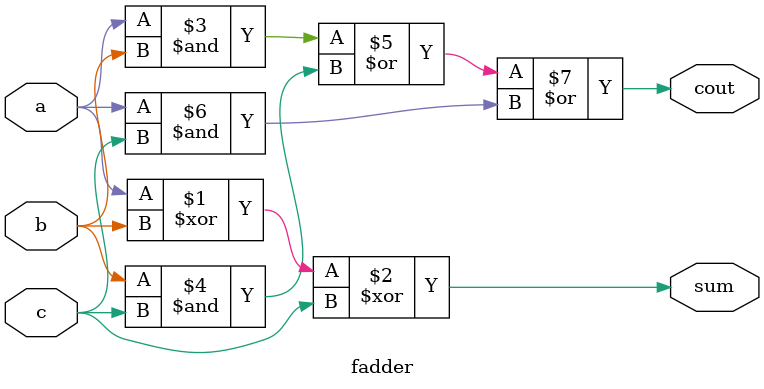
<source format=v>
module top_module( 
    input [99:0] a, b,
    input cin,
    output [99:0] cout,
    output [99:0] sum );
    
    fadder u1 (a[0], b[0], cin, cout[0], sum[0]);
    genvar i;
    
    generate 
        for (i =1; i<100; i=i+1)begin : Full_adder_block
            fadder u0 (a[i], b[i], cout[i-1], cout[i], sum[i]);
        end
    endgenerate

endmodule

module fadder(
    input a,b,c,
    output cout , sum);
    
    assign sum = a ^ b ^ c;
    assign cout = (a&b) | (b&c) | (a&c); 

endmodule

</source>
